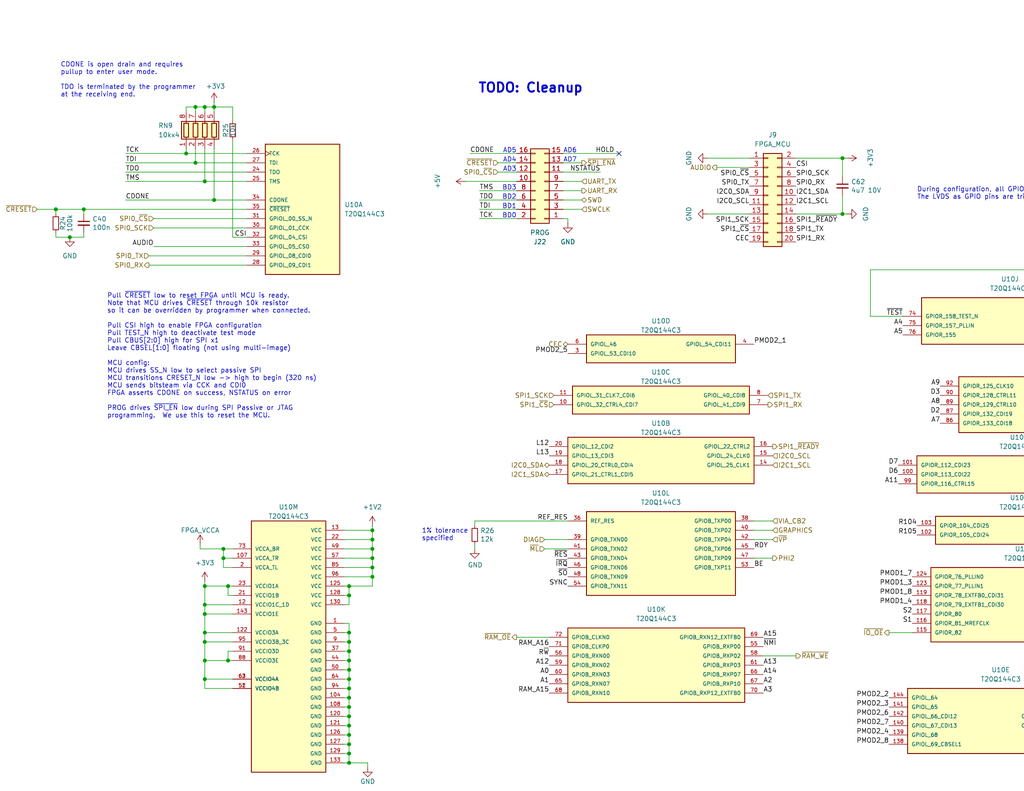
<source format=kicad_sch>
(kicad_sch (version 20231120) (generator "eeschema") (generator_version "8.0")
  (paper "A")
  (title_block (title "EconoPET 40/8096") (date "2023-10-01") (rev "A") (comment 1 "Unspecified resistors are 1% and rated for 62.5mW or higher") (comment 2 "Unspecified capacitors are rated for 25V or higher") (comment 3 "Signals with B-prefix are level-shifted from 3V3 to 5V"))
  (junction (at 82.55 233.68))
  (junction (at 19.05 233.68))
  (junction (at 95.25 200.66))
  (junction (at 138.43 259.08))
  (junction (at 55.88 180.34))
  (junction (at 53.34 44.45))
  (junction (at 95.25 241.3))
  (junction (at 101.6 154.94))
  (junction (at 125.73 259.08))
  (junction (at 95.25 187.96))
  (junction (at 107.95 233.68))
  (junction (at 95.25 205.74))
  (junction (at 19.05 64.77))
  (junction (at 100.33 259.08))
  (junction (at 113.03 259.08))
  (junction (at 425.45 76.2))
  (junction (at 101.6 147.32))
  (junction (at 36.83 259.08))
  (junction (at 389.89 17.78))
  (junction (at 55.88 29.21))
  (junction (at 229.87 43.18))
  (junction (at 100.33 251.46))
  (junction (at 95.25 180.34))
  (junction (at 55.88 49.53))
  (junction (at 22.86 57.15))
  (junction (at 44.45 241.3))
  (junction (at 19.05 241.3))
  (junction (at 229.87 58.42))
  (junction (at 440.69 102.87))
  (junction (at 57.15 233.68))
  (junction (at 58.42 29.21))
  (junction (at 163.83 259.08))
  (junction (at 120.65 241.3))
  (junction (at 62.23 160.02))
  (junction (at 317.5 17.78))
  (junction (at 151.13 259.08))
  (junction (at 163.83 251.46))
  (junction (at 31.75 241.3))
  (junction (at 82.55 241.3))
  (junction (at 31.75 233.68))
  (junction (at 50.8 41.91))
  (junction (at 95.25 185.42))
  (junction (at 95.25 190.5))
  (junction (at 49.53 259.08))
  (junction (at 95.25 198.12))
  (junction (at 60.96 149.86))
  (junction (at 62.23 251.46))
  (junction (at 151.13 251.46))
  (junction (at 101.6 157.48))
  (junction (at 95.25 172.72))
  (junction (at 87.63 259.08))
  (junction (at 382.27 17.78))
  (junction (at 401.32 10.16))
  (junction (at 55.88 160.02))
  (junction (at 384.81 203.2))
  (junction (at 125.73 251.46))
  (junction (at 87.63 251.46))
  (junction (at 101.6 144.78))
  (junction (at 138.43 251.46))
  (junction (at 60.96 152.4))
  (junction (at 53.34 29.21))
  (junction (at 69.85 233.68))
  (junction (at 95.25 160.02))
  (junction (at 95.25 203.2))
  (junction (at 57.15 241.3))
  (junction (at 15.24 57.15))
  (junction (at 107.95 241.3))
  (junction (at 113.03 251.46))
  (junction (at 440.69 90.17))
  (junction (at 55.88 185.42))
  (junction (at 55.88 167.64))
  (junction (at 120.65 233.68))
  (junction (at 74.93 251.46))
  (junction (at 69.85 241.3))
  (junction (at 323.85 88.9))
  (junction (at 323.85 83.82))
  (junction (at 336.55 10.16))
  (junction (at 95.25 177.8))
  (junction (at 95.25 175.26))
  (junction (at 55.88 175.26))
  (junction (at 95.25 162.56))
  (junction (at 477.52 87.63))
  (junction (at 74.93 259.08))
  (junction (at 325.12 17.78))
  (junction (at 101.6 152.4))
  (junction (at 36.83 251.46))
  (junction (at 62.23 180.34))
  (junction (at 49.53 251.46))
  (junction (at 62.23 259.08))
  (junction (at 55.88 172.72))
  (junction (at 95.25 208.28))
  (junction (at 95.25 193.04))
  (junction (at 95.25 233.68))
  (junction (at 58.42 54.61))
  (junction (at 95.25 182.88))
  (junction (at 101.6 149.86))
  (junction (at 95.25 195.58))
  (junction (at 55.88 165.1))
  (junction (at 44.45 233.68))
  (junction (at 323.85 86.36))
  (no_connect (at 168.91 41.91))
  (bus_entry (at 425.45 120.65) (size 2.54 2.54))
  (bus_entry (at 496.57 115.57) (size -2.54 -2.54))
  (bus_entry (at 496.57 107.95) (size -2.54 2.54))
  (bus_entry (at 482.6 125.73) (size -2.54 -2.54))
  (bus_entry (at 425.45 102.87) (size 2.54 2.54))
  (bus_entry (at 496.57 120.65) (size -2.54 -2.54))
  (bus_entry (at 496.57 123.19) (size -2.54 -2.54))
  (bus_entry (at 425.45 118.11) (size 2.54 2.54))
  (bus_entry (at 425.45 123.19) (size 2.54 2.54))
  (bus_entry (at 482.6 123.19) (size -2.54 -2.54))
  (bus_entry (at 482.6 120.65) (size -2.54 -2.54))
  (bus_entry (at 425.45 105.41) (size 2.54 2.54))
  (bus_entry (at 425.45 115.57) (size 2.54 2.54))
  (bus_entry (at 425.45 128.27) (size 2.54 2.54))
  (bus_entry (at 482.6 128.27) (size -2.54 -2.54))
  (bus_entry (at 496.57 118.11) (size -2.54 -2.54))
  (bus_entry (at 496.57 105.41) (size -2.54 2.54))
  (bus_entry (at 425.45 110.49) (size 2.54 2.54))
  (bus_entry (at 482.6 133.35) (size -2.54 -2.54))
  (bus_entry (at 482.6 135.89) (size -2.54 -2.54))
  (bus_entry (at 425.45 130.81) (size 2.54 2.54))
  (bus_entry (at 425.45 107.95) (size 2.54 2.54))
  (bus_entry (at 425.45 125.73) (size 2.54 2.54))
  (bus_entry (at 425.45 113.03) (size 2.54 2.54))
  (bus_entry (at 496.57 102.87) (size -2.54 2.54))
  (bus_entry (at 496.57 100.33) (size -2.54 2.54))
  (bus_entry (at 482.6 138.43) (size -2.54 -2.54))
  (bus_entry (at 482.6 130.81) (size -2.54 -2.54))
  (wire (pts (xy 309.88 83.82) (xy 309.88 73.66)))
  (wire (pts (xy 53.34 44.45) (xy 67.31 44.45)))
  (bus (pts (xy 425.45 125.73) (xy 425.45 128.27)))
  (wire (pts (xy 93.98 182.88) (xy 95.25 182.88)))
  (wire (pts (xy 375.92 7.62) (xy 374.65 7.62)))
  (wire (pts (xy 55.88 165.1) (xy 63.5 165.1)))
  (wire (pts (xy 57.15 233.68) (xy 69.85 233.68)))
  (wire (pts (xy 427.99 107.95) (xy 454.66 107.95)))
  (wire (pts (xy 19.05 64.77) (xy 15.24 64.77)))
  (wire (pts (xy 237.49 86.36) (xy 246.38 86.36)))
  (wire (pts (xy 55.88 180.34) (xy 55.88 185.42)))
  (bus (pts (xy 482.6 138.43) (xy 483.87 138.43)))
  (wire (pts (xy 101.6 149.86) (xy 101.6 152.4)))
  (wire (pts (xy 427.99 113.03) (xy 454.66 113.03)))
  (wire (pts (xy 95.25 203.2) (xy 95.25 205.74)))
  (wire (pts (xy 389.89 7.62) (xy 389.89 17.78)))
  (wire (pts (xy 440.69 85.09) (xy 440.69 90.17)))
  (wire (pts (xy 62.23 177.8) (xy 63.5 177.8)))
  (wire (pts (xy 24.13 252.73) (xy 24.13 251.46)))
  (wire (pts (xy 101.6 152.4) (xy 101.6 154.94)))
  (wire (pts (xy 242.57 248.92) (xy 242.57 250.19)))
  (wire (pts (xy 55.88 172.72) (xy 55.88 175.26)))
  (wire (pts (xy 467.36 107.95) (xy 494.03 107.95)))
  (wire (pts (xy 427.99 105.41) (xy 454.66 105.41)))
  (wire (pts (xy 34.29 54.61) (xy 58.42 54.61)))
  (wire (pts (xy 40.64 72.39) (xy 67.31 72.39)))
  (wire (pts (xy 427.99 118.11) (xy 454.66 118.11)))
  (bus (pts (xy 425.45 113.03) (xy 425.45 115.57)))
  (wire (pts (xy 140.97 173.99) (xy 149.86 173.99)))
  (wire (pts (xy 93.98 200.66) (xy 95.25 200.66)))
  (wire (pts (xy 87.63 259.08) (xy 87.63 257.81)))
  (bus (pts (xy 425.45 76.2) (xy 422.91 76.2)))
  (wire (pts (xy 138.43 259.08) (xy 125.73 259.08)))
  (wire (pts (xy 153.67 41.91) (xy 168.91 41.91)))
  (wire (pts (xy 55.88 167.64) (xy 63.5 167.64)))
  (wire (pts (xy 226.06 236.22) (xy 223.52 236.22)))
  (wire (pts (xy 375.92 10.16) (xy 373.38 10.16)))
  (wire (pts (xy 467.36 120.65) (xy 480.06 120.65)))
  (wire (pts (xy 36.83 259.08) (xy 36.83 257.81)))
  (wire (pts (xy 440.69 99.06) (xy 440.69 102.87)))
  (wire (pts (xy 125.73 252.73) (xy 125.73 251.46)))
  (wire (pts (xy 95.25 172.72) (xy 95.25 175.26)))
  (wire (pts (xy 133.35 240.03) (xy 133.35 241.3)))
  (wire (pts (xy 107.95 241.3) (xy 107.95 240.03)))
  (wire (pts (xy 153.67 59.69) (xy 154.94 59.69)))
  (wire (pts (xy 93.98 190.5) (xy 95.25 190.5)))
  (wire (pts (xy 93.98 193.04) (xy 95.25 193.04)))
  (wire (pts (xy 309.88 7.62) (xy 309.88 17.78)))
  (wire (pts (xy 95.25 208.28) (xy 100.33 208.28)))
  (wire (pts (xy 95.25 195.58) (xy 95.25 198.12)))
  (bus (pts (xy 482.6 133.35) (xy 482.6 135.89)))
  (wire (pts (xy 58.42 29.21) (xy 63.5 29.21)))
  (bus (pts (xy 496.57 120.65) (xy 496.57 123.19)))
  (wire (pts (xy 223.52 234.95) (xy 223.52 236.22)))
  (bus (pts (xy 482.6 123.19) (xy 482.6 125.73)))
  (wire (pts (xy 101.6 144.78) (xy 101.6 143.51)))
  (wire (pts (xy 69.85 241.3) (xy 69.85 240.03)))
  (wire (pts (xy 95.25 241.3) (xy 107.95 241.3)))
  (wire (pts (xy 40.64 69.85) (xy 67.31 69.85)))
  (wire (pts (xy 303.53 245.11) (xy 306.07 245.11)))
  (wire (pts (xy 240.03 236.22) (xy 242.57 236.22)))
  (wire (pts (xy 151.13 251.46) (xy 163.83 251.46)))
  (wire (pts (xy 388.62 7.62) (xy 389.89 7.62)))
  (wire (pts (xy 95.25 180.34) (xy 95.25 182.88)))
  (wire (pts (xy 62.23 259.08) (xy 49.53 259.08)))
  (wire (pts (xy 55.88 175.26) (xy 55.88 180.34)))
  (wire (pts (xy 383.54 203.2) (xy 384.81 203.2)))
  (wire (pts (xy 49.53 252.73) (xy 49.53 251.46)))
  (wire (pts (xy 93.98 154.94) (xy 101.6 154.94)))
  (wire (pts (xy 34.29 41.91) (xy 50.8 41.91)))
  (bus (pts (xy 482.6 135.89) (xy 482.6 138.43)))
  (wire (pts (xy 41.91 67.31) (xy 67.31 67.31)))
  (wire (pts (xy 62.23 180.34) (xy 62.23 177.8)))
  (wire (pts (xy 389.89 17.78) (xy 401.32 17.78)))
  (wire (pts (xy 101.6 147.32) (xy 101.6 149.86)))
  (wire (pts (xy 93.98 149.86) (xy 101.6 149.86)))
  (wire (pts (xy 237.49 73.66) (xy 237.49 86.36)))
  (wire (pts (xy 95.25 165.1) (xy 93.98 165.1)))
  (wire (pts (xy 100.33 208.28) (xy 100.33 209.55)))
  (wire (pts (xy 229.87 43.18) (xy 229.87 48.26)))
  (bus (pts (xy 425.45 120.65) (xy 425.45 123.19)))
  (wire (pts (xy 87.63 252.73) (xy 87.63 251.46)))
  (wire (pts (xy 148.59 149.86) (xy 154.94 149.86)))
  (wire (pts (xy 60.96 154.94) (xy 63.5 154.94)))
  (wire (pts (xy 311.15 10.16) (xy 308.61 10.16)))
  (wire (pts (xy 34.29 44.45) (xy 53.34 44.45)))
  (wire (pts (xy 50.8 41.91) (xy 67.31 41.91)))
  (wire (pts (xy 107.95 241.3) (xy 120.65 241.3)))
  (wire (pts (xy 95.25 241.3) (xy 95.25 240.03)))
  (wire (pts (xy 49.53 259.08) (xy 36.83 259.08)))
  (wire (pts (xy 95.25 205.74) (xy 95.25 208.28)))
  (wire (pts (xy 477.52 87.63) (xy 477.52 85.09)))
  (wire (pts (xy 74.93 259.08) (xy 87.63 259.08)))
  (wire (pts (xy 401.32 10.16) (xy 401.32 8.89)))
  (wire (pts (xy 427.99 110.49) (xy 454.66 110.49)))
  (bus (pts (xy 496.57 100.33) (xy 496.57 102.87)))
  (wire (pts (xy 95.25 208.28) (xy 93.98 208.28)))
  (wire (pts (xy 55.88 187.96) (xy 63.5 187.96)))
  (wire (pts (xy 63.5 38.1) (xy 63.5 64.77)))
  (wire (pts (xy 304.8 86.36) (xy 312.42 86.36)))
  (wire (pts (xy 62.23 251.46) (xy 74.93 251.46)))
  (wire (pts (xy 93.98 180.34) (xy 95.25 180.34)))
  (bus (pts (xy 425.45 128.27) (xy 425.45 130.81)))
  (wire (pts (xy 467.36 130.81) (xy 480.06 130.81)))
  (wire (pts (xy 138.43 251.46) (xy 138.43 252.73)))
  (wire (pts (xy 93.98 205.74) (xy 95.25 205.74)))
  (wire (pts (xy 62.23 257.81) (xy 62.23 259.08)))
  (wire (pts (xy 383.54 201.93) (xy 383.54 203.2)))
  (wire (pts (xy 50.8 29.21) (xy 53.34 29.21)))
  (wire (pts (xy 58.42 29.21) (xy 58.42 30.48)))
  (wire (pts (xy 130.81 59.69) (xy 140.97 59.69)))
  (wire (pts (xy 19.05 241.3) (xy 31.75 241.3)))
  (wire (pts (xy 74.93 259.08) (xy 62.23 259.08)))
  (wire (pts (xy 133.35 233.68) (xy 133.35 234.95)))
  (wire (pts (xy 325.12 7.62) (xy 325.12 17.78)))
  (wire (pts (xy 242.57 236.22) (xy 242.57 238.76)))
  (wire (pts (xy 304.8 88.9) (xy 312.42 88.9)))
  (bus (pts (xy 482.6 130.81) (xy 482.6 133.35)))
  (wire (pts (xy 53.34 40.64) (xy 53.34 44.45)))
  (wire (pts (xy 62.23 162.56) (xy 62.23 160.02)))
  (wire (pts (xy 401.32 17.78) (xy 401.32 16.51)))
  (wire (pts (xy 113.03 259.08) (xy 100.33 259.08)))
  (wire (pts (xy 231.14 43.18) (xy 229.87 43.18)))
  (wire (pts (xy 467.36 128.27) (xy 480.06 128.27)))
  (wire (pts (xy 95.25 160.02) (xy 95.25 162.56)))
  (wire (pts (xy 95.25 190.5) (xy 95.25 193.04)))
  (bus (pts (xy 425.45 76.2) (xy 425.45 102.87)))
  (wire (pts (xy 74.93 257.81) (xy 74.93 259.08)))
  (wire (pts (xy 55.88 172.72) (xy 63.5 172.72)))
  (wire (pts (xy 311.15 7.62) (xy 309.88 7.62)))
  (wire (pts (xy 427.99 133.35) (xy 454.66 133.35)))
  (wire (pts (xy 374.65 17.78) (xy 382.27 17.78)))
  (wire (pts (xy 107.95 233.68) (xy 120.65 233.68)))
  (wire (pts (xy 323.85 10.16) (xy 336.55 10.16)))
  (wire (pts (xy 158.75 44.45) (xy 153.67 44.45)))
  (wire (pts (xy 95.25 177.8) (xy 95.25 180.34)))
  (wire (pts (xy 19.05 241.3) (xy 19.05 242.57)))
  (wire (pts (xy 242.57 172.72) (xy 248.92 172.72)))
  (wire (pts (xy 55.88 158.75) (xy 55.88 160.02)))
  (wire (pts (xy 93.98 198.12) (xy 95.25 198.12)))
  (wire (pts (xy 125.73 251.46) (xy 138.43 251.46)))
  (wire (pts (xy 50.8 40.64) (xy 50.8 41.91)))
  (wire (pts (xy 34.29 49.53) (xy 55.88 49.53)))
  (wire (pts (xy 113.03 251.46) (xy 125.73 251.46)))
  (wire (pts (xy 205.74 147.32) (xy 210.82 147.32)))
  (bus (pts (xy 425.45 110.49) (xy 425.45 113.03)))
  (wire (pts (xy 485.14 115.57) (xy 494.03 115.57)))
  (wire (pts (xy 195.58 45.72) (xy 204.47 45.72)))
  (wire (pts (xy 130.81 54.61) (xy 140.97 54.61)))
  (wire (pts (xy 15.24 57.15) (xy 22.86 57.15)))
  (bus (pts (xy 482.6 120.65) (xy 482.6 123.19)))
  (wire (pts (xy 22.86 57.15) (xy 67.31 57.15)))
  (wire (pts (xy 19.05 231.14) (xy 19.05 233.68)))
  (wire (pts (xy 120.65 241.3) (xy 120.65 240.03)))
  (wire (pts (xy 93.98 177.8) (xy 95.25 177.8)))
  (wire (pts (xy 58.42 40.64) (xy 58.42 54.61)))
  (wire (pts (xy 427.99 115.57) (xy 454.66 115.57)))
  (wire (pts (xy 93.98 157.48) (xy 101.6 157.48)))
  (wire (pts (xy 93.98 160.02) (xy 95.25 160.02)))
  (wire (pts (xy 476.25 115.57) (xy 467.36 115.57)))
  (wire (pts (xy 93.98 172.72) (xy 95.25 172.72)))
  (wire (pts (xy 154.94 59.69) (xy 154.94 60.96)))
  (wire (pts (xy 323.85 83.82) (xy 323.85 86.36)))
  (wire (pts (xy 55.88 40.64) (xy 55.88 49.53)))
  (wire (pts (xy 303.53 200.66) (xy 313.69 200.66)))
  (wire (pts (xy 95.25 162.56) (xy 95.25 165.1)))
  (wire (pts (xy 101.6 154.94) (xy 101.6 157.48)))
  (wire (pts (xy 60.96 152.4) (xy 63.5 152.4)))
  (wire (pts (xy 55.88 185.42) (xy 63.5 185.42)))
  (bus (pts (xy 425.45 118.11) (xy 425.45 120.65)))
  (bus (pts (xy 425.45 107.95) (xy 425.45 110.49)))
  (bus (pts (xy 496.57 115.57) (xy 496.57 118.11)))
  (wire (pts (xy 309.88 17.78) (xy 317.5 17.78)))
  (wire (pts (xy 467.36 133.35) (xy 480.06 133.35)))
  (wire (pts (xy 467.36 123.19) (xy 480.06 123.19)))
  (wire (pts (xy 95.25 233.68) (xy 107.95 233.68)))
  (bus (pts (xy 425.45 105.41) (xy 425.45 107.95)))
  (wire (pts (xy 95.25 182.88) (xy 95.25 185.42)))
  (wire (pts (xy 427.99 123.19) (xy 454.66 123.19)))
  (wire (pts (xy 54.61 149.86) (xy 54.61 148.59)))
  (bus (pts (xy 496.57 105.41) (xy 496.57 107.95)))
  (wire (pts (xy 62.23 252.73) (xy 62.23 251.46)))
  (wire (pts (xy 101.6 157.48) (xy 101.6 160.02)))
  (wire (pts (xy 93.98 187.96) (xy 95.25 187.96)))
  (bus (pts (xy 496.57 118.11) (xy 496.57 120.65)))
  (wire (pts (xy 82.55 241.3) (xy 82.55 240.03)))
  (wire (pts (xy 57.15 241.3) (xy 69.85 241.3)))
  (wire (pts (xy 95.25 170.18) (xy 95.25 172.72)))
  (wire (pts (xy 440.69 93.98) (xy 440.69 90.17)))
  (wire (pts (xy 55.88 160.02) (xy 62.23 160.02)))
  (wire (pts (xy 95.25 160.02) (xy 101.6 160.02)))
  (wire (pts (xy 140.97 41.91) (xy 128.27 41.91)))
  (wire (pts (xy 158.75 52.07) (xy 153.67 52.07)))
  (wire (pts (xy 323.85 91.44) (xy 322.58 91.44)))
  (wire (pts (xy 125.73 257.81) (xy 125.73 259.08)))
  (wire (pts (xy 95.25 234.95) (xy 95.25 233.68)))
  (wire (pts (xy 304.8 91.44) (xy 312.42 91.44)))
  (wire (pts (xy 15.24 63.5) (xy 15.24 64.77)))
  (wire (pts (xy 24.13 259.08) (xy 24.13 257.81)))
  (wire (pts (xy 93.98 195.58) (xy 95.25 195.58)))
  (bus (pts (xy 496.57 123.19) (xy 497.84 123.19)))
  (wire (pts (xy 467.36 125.73) (xy 480.06 125.73)))
  (wire (pts (xy 336.55 10.16) (xy 336.55 8.89)))
  (wire (pts (xy 100.33 251.46) (xy 113.03 251.46)))
  (wire (pts (xy 485.14 120.65) (xy 494.03 120.65)))
  (wire (pts (xy 36.83 251.46) (xy 49.53 251.46)))
  (wire (pts (xy 323.85 82.55) (xy 323.85 83.82)))
  (wire (pts (xy 100.33 252.73) (xy 100.33 251.46)))
  (wire (pts (xy 163.83 250.19) (xy 163.83 251.46)))
  (wire (pts (xy 325.12 17.78) (xy 317.5 17.78)))
  (wire (pts (xy 95.25 185.42) (xy 95.25 187.96)))
  (wire (pts (xy 467.36 135.89) (xy 480.06 135.89)))
  (wire (pts (xy 322.58 83.82) (xy 323.85 83.82)))
  (wire (pts (xy 138.43 259.08) (xy 151.13 259.08)))
  (bus (pts (xy 496.57 76.2) (xy 496.57 100.33)))
  (wire (pts (xy 49.53 251.46) (xy 62.23 251.46)))
  (wire (pts (xy 388.62 10.16) (xy 401.32 10.16)))
  (wire (pts (xy 158.75 54.61) (xy 153.67 54.61)))
  (wire (pts (xy 336.55 11.43) (xy 336.55 10.16)))
  (wire (pts (xy 55.88 160.02) (xy 55.88 165.1)))
  (wire (pts (xy 60.96 152.4) (xy 60.96 154.94)))
  (wire (pts (xy 36.83 259.08) (xy 24.13 259.08)))
  (wire (pts (xy 93.98 147.32) (xy 101.6 147.32)))
  (wire (pts (xy 127 49.53) (xy 140.97 49.53)))
  (wire (pts (xy 323.85 88.9) (xy 322.58 88.9)))
  (wire (pts (xy 138.43 251.46) (xy 151.13 251.46)))
  (wire (pts (xy 158.75 57.15) (xy 153.67 57.15)))
  (wire (pts (xy 55.88 180.34) (xy 62.23 180.34)))
  (wire (pts (xy 34.29 46.99) (xy 67.31 46.99)))
  (wire (pts (xy 148.59 147.32) (xy 154.94 147.32)))
  (wire (pts (xy 93.98 144.78) (xy 101.6 144.78)))
  (wire (pts (xy 325.12 17.78) (xy 336.55 17.78)))
  (wire (pts (xy 62.23 180.34) (xy 63.5 180.34)))
  (wire (pts (xy 53.34 29.21) (xy 53.34 30.48)))
  (wire (pts (xy 374.65 7.62) (xy 374.65 17.78)))
  (wire (pts (xy 309.88 73.66) (xy 237.49 73.66)))
  (wire (pts (xy 129.54 148.59) (xy 129.54 149.86)))
  (wire (pts (xy 22.86 57.15) (xy 22.86 58.42)))
  (wire (pts (xy 44.45 241.3) (xy 44.45 240.03)))
  (wire (pts (xy 467.36 105.41) (xy 494.03 105.41)))
  (wire (pts (xy 41.91 59.69) (xy 67.31 59.69)))
  (wire (pts (xy 440.69 102.87) (xy 454.66 102.87)))
  (wire (pts (xy 120.65 241.3) (xy 133.35 241.3)))
  (wire (pts (xy 55.88 29.21) (xy 55.88 30.48)))
  (wire (pts (xy 138.43 257.81) (xy 138.43 259.08)))
  (wire (pts (xy 401.32 10.16) (xy 401.32 11.43)))
  (wire (pts (xy 204.47 43.18) (xy 193.04 43.18)))
  (wire (pts (xy 336.55 17.78) (xy 336.55 16.51)))
  (wire (pts (xy 95.25 200.66) (xy 95.25 203.2)))
  (wire (pts (xy 154.94 142.24) (xy 129.54 142.24)))
  (wire (pts (xy 93.98 175.26) (xy 95.25 175.26)))
  (wire (pts (xy 31.75 241.3) (xy 44.45 241.3)))
  (wire (pts (xy 323.85 86.36) (xy 323.85 88.9)))
  (wire (pts (xy 229.87 58.42) (xy 231.14 58.42)))
  (wire (pts (xy 22.86 63.5) (xy 22.86 64.77)))
  (wire (pts (xy 120.65 233.68) (xy 133.35 233.68)))
  (wire (pts (xy 163.83 259.08) (xy 151.13 259.08)))
  (wire (pts (xy 82.55 234.95) (xy 82.55 233.68)))
  (wire (pts (xy 19.05 234.95) (xy 19.05 233.68)))
  (wire (pts (xy 205.74 152.4) (xy 210.82 152.4)))
  (wire (pts (xy 485.14 118.11) (xy 494.03 118.11)))
  (wire (pts (xy 205.74 144.78) (xy 210.82 144.78)))
  (wire (pts (xy 151.13 251.46) (xy 151.13 252.73)))
  (wire (pts (xy 208.28 179.07) (xy 217.17 179.07)))
  (wire (pts (xy 312.42 83.82) (xy 309.88 83.82)))
  (wire (pts (xy 163.83 259.08) (xy 163.83 260.35)))
  (bus (pts (xy 496.57 76.2) (xy 425.45 76.2)))
  (wire (pts (xy 60.96 149.86) (xy 54.61 149.86)))
  (wire (pts (xy 95.25 187.96) (xy 95.25 190.5)))
  (wire (pts (xy 427.99 125.73) (xy 454.66 125.73)))
  (wire (pts (xy 129.54 142.24) (xy 129.54 143.51)))
  (wire (pts (xy 63.5 162.56) (xy 62.23 162.56)))
  (wire (pts (xy 41.91 62.23) (xy 67.31 62.23)))
  (wire (pts (xy 95.25 175.26) (xy 95.25 177.8)))
  (wire (pts (xy 93.98 162.56) (xy 95.25 162.56)))
  (wire (pts (xy 135.89 44.45) (xy 140.97 44.45)))
  (wire (pts (xy 55.88 185.42) (xy 55.88 187.96)))
  (wire (pts (xy 22.86 64.77) (xy 19.05 64.77)))
  (wire (pts (xy 55.88 175.26) (xy 63.5 175.26)))
  (wire (pts (xy 44.45 241.3) (xy 57.15 241.3)))
  (wire (pts (xy 163.83 257.81) (xy 163.83 259.08)))
  (wire (pts (xy 69.85 233.68) (xy 82.55 233.68)))
  (wire (pts (xy 113.03 252.73) (xy 113.03 251.46)))
  (wire (pts (xy 69.85 234.95) (xy 69.85 233.68)))
  (wire (pts (xy 323.85 88.9) (xy 323.85 91.44)))
  (wire (pts (xy 69.85 241.3) (xy 82.55 241.3)))
  (wire (pts (xy 55.88 29.21) (xy 58.42 29.21)))
  (wire (pts (xy 151.13 257.81) (xy 151.13 259.08)))
  (wire (pts (xy 95.25 198.12) (xy 95.25 200.66)))
  (wire (pts (xy 58.42 27.94) (xy 58.42 29.21)))
  (wire (pts (xy 303.53 193.04) (xy 313.69 193.04)))
  (wire (pts (xy 229.87 53.34) (xy 229.87 58.42)))
  (wire (pts (xy 55.88 167.64) (xy 55.88 172.72)))
  (wire (pts (xy 31.75 234.95) (xy 31.75 233.68)))
  (wire (pts (xy 36.83 252.73) (xy 36.83 251.46)))
  (wire (pts (xy 389.89 17.78) (xy 382.27 17.78)))
  (wire (pts (xy 57.15 234.95) (xy 57.15 233.68)))
  (wire (pts (xy 10.16 57.15) (xy 15.24 57.15)))
  (wire (pts (xy 100.33 259.08) (xy 100.33 257.81)))
  (wire (pts (xy 58.42 54.61) (xy 67.31 54.61)))
  (wire (pts (xy 31.75 241.3) (xy 31.75 240.03)))
  (wire (pts (xy 436.88 135.89) (xy 454.66 135.89)))
  (wire (pts (xy 19.05 240.03) (xy 19.05 241.3)))
  (wire (pts (xy 60.96 149.86) (xy 63.5 149.86)))
  (wire (pts (xy 125.73 259.08) (xy 113.03 259.08)))
  (wire (pts (xy 93.98 152.4) (xy 101.6 152.4)))
  (wire (pts (xy 467.36 118.11) (xy 480.06 118.11)))
  (wire (pts (xy 427.99 128.27) (xy 454.66 128.27)))
  (wire (pts (xy 107.95 234.95) (xy 107.95 233.68)))
  (wire (pts (xy 93.98 170.18) (xy 95.25 170.18)))
  (wire (pts (xy 384.81 203.2) (xy 386.08 203.2)))
  (wire (pts (xy 204.47 58.42) (xy 193.04 58.42)))
  (wire (pts (xy 163.83 251.46) (xy 163.83 252.73)))
  (wire (pts (xy 87.63 251.46) (xy 100.33 251.46)))
  (wire (pts (xy 386.08 201.93) (xy 386.08 203.2)))
  (wire (pts (xy 63.5 64.77) (xy 67.31 64.77)))
  (wire (pts (xy 55.88 165.1) (xy 55.88 167.64)))
  (wire (pts (xy 323.85 86.36) (xy 322.58 86.36)))
  (wire (pts (xy 323.85 7.62) (xy 325.12 7.62)))
  (wire (pts (xy 130.81 52.07) (xy 140.97 52.07)))
  (wire (pts (xy 50.8 29.21) (xy 50.8 30.48)))
  (wire (pts (xy 217.17 58.42) (xy 229.87 58.42)))
  (wire (pts (xy 53.34 29.21) (xy 55.88 29.21)))
  (wire (pts (xy 82.55 233.68) (xy 95.25 233.68)))
  (wire (pts (xy 19.05 233.68) (xy 31.75 233.68)))
  (wire (pts (xy 15.24 57.15) (xy 15.24 58.42)))
  (wire (pts (xy 60.96 149.86) (xy 60.96 152.4)))
  (wire (pts (xy 158.75 49.53) (xy 153.67 49.53)))
  (wire (pts (xy 467.36 87.63) (xy 477.52 87.63)))
  (wire (pts (xy 95.25 193.04) (xy 95.25 195.58)))
  (wire (pts (xy 467.36 102.87) (xy 494.03 102.87)))
  (wire (pts (xy 44.45 234.95) (xy 44.45 233.68)))
  (wire (pts (xy 93.98 203.2) (xy 95.25 203.2)))
  (wire (pts (xy 220.98 243.84) (xy 228.6 243.84)))
  (wire (pts (xy 476.25 149.86) (xy 476.25 115.57)))
  (bus (pts (xy 496.57 102.87) (xy 496.57 105.41)))
  (wire (pts (xy 234.95 243.84) (xy 233.68 243.84)))
  (wire (pts (xy 24.13 251.46) (xy 36.83 251.46)))
  (wire (pts (xy 31.75 233.68) (xy 44.45 233.68)))
  (wire (pts (xy 289.56 245.11) (xy 279.4 245.11)))
  (wire (pts (xy 440.69 90.17) (xy 454.66 90.17)))
  (wire (pts (xy 153.67 46.99) (xy 163.83 46.99)))
  (wire (pts (xy 467.36 110.49) (xy 494.03 110.49)))
  (bus (pts (xy 425.45 102.87) (xy 425.45 105.41)))
  (wire (pts (xy 120.65 234.95) (xy 120.65 233.68)))
  (wire (pts (xy 82.55 241.3) (xy 95.25 241.3)))
  (wire (pts (xy 113.03 257.81) (xy 113.03 259.08)))
  (wire (pts (xy 130.81 57.15) (xy 140.97 57.15)))
  (wire (pts (xy 63.5 29.21) (xy 63.5 33.02)))
  (wire (pts (xy 436.88 87.63) (xy 454.66 87.63)))
  (wire (pts (xy 231.14 236.22) (xy 232.41 236.22)))
  (wire (pts (xy 44.45 233.68) (xy 57.15 233.68)))
  (bus (pts (xy 425.45 123.19) (xy 425.45 125.73)))
  (wire (pts (xy 205.74 142.24) (xy 210.82 142.24)))
  (wire (pts (xy 101.6 144.78) (xy 101.6 147.32)))
  (wire (pts (xy 229.87 43.18) (xy 217.17 43.18)))
  (bus (pts (xy 482.6 125.73) (xy 482.6 128.27)))
  (wire (pts (xy 62.23 160.02) (xy 63.5 160.02)))
  (wire (pts (xy 427.99 120.65) (xy 454.66 120.65)))
  (wire (pts (xy 477.52 87.63) (xy 477.52 91.44)))
  (wire (pts (xy 436.88 102.87) (xy 440.69 102.87)))
  (wire (pts (xy 93.98 185.42) (xy 95.25 185.42)))
  (wire (pts (xy 57.15 241.3) (xy 57.15 240.03)))
  (wire (pts (xy 297.18 245.11) (xy 298.45 245.11)))
  (wire (pts (xy 467.36 113.03) (xy 494.03 113.03)))
  (wire (pts (xy 87.63 259.08) (xy 100.33 259.08)))
  (wire (pts (xy 74.93 252.73) (xy 74.93 251.46)))
  (wire (pts (xy 49.53 257.81) (xy 49.53 259.08)))
  (wire (pts (xy 135.89 46.99) (xy 140.97 46.99)))
  (bus (pts (xy 482.6 128.27) (xy 482.6 130.81)))
  (bus (pts (xy 425.45 115.57) (xy 425.45 118.11)))
  (wire (pts (xy 74.93 251.46) (xy 87.63 251.46)))
  (wire (pts (xy 427.99 130.81) (xy 454.66 130.81)))
  (wire (pts (xy 55.88 49.53) (xy 67.31 49.53)))
  (text "During configuration, all GPIO pins excluding LVDS as GPIO are configured in weak pull-up mode.\nThe LVDS as GPIO pins are tri-stated without a pull-up or pull-down resistor." (at 250.19 54.61 0) (effects (font (size 1.27 1.27)) (justify left bottom)))
  (text "BD0" (at 140.97 59.69 0) (effects (font (size 1.27 1.27)) (justify right bottom)))
  (text "TODO: Cleanup" (at 144.78 24.13 0) (effects (font (size 2.54 2.54) (thickness 0.508) (bold yes))))
  (text "1% tolerance\nspecified" (at 115.062 146.05 0) (effects (font (size 1.27 1.27)) (justify left)))
  (text "BD2" (at 140.97 54.61 0) (effects (font (size 1.27 1.27)) (justify right bottom)))
  (text "BD1" (at 140.97 57.15 0) (effects (font (size 1.27 1.27)) (justify right bottom)))
  (text "NSTATUS driven low if bitstream contains\nwrong device ID or fails CRC check." (at 275.59 261.62 0) (effects (font (size 1.27 1.27)) (justify left bottom)))
  (text "AD7" (at 153.67 44.45 0) (effects (font (size 1.27 1.27)) (justify left bottom)))
  (text "AD4" (at 140.97 44.45 0) (effects (font (size 1.27 1.27)) (justify right bottom)))
  (text "Pull ~{CRESET} low to reset FPGA until MCU is ready.\nNote that MCU drives ~{CRESET} through 10k resistor\nso it can be overridden by programmer when connected.\n\nPull CSI high to enable FPGA configuration\nPull TEST_N high to deactivate test mode\nPull CBUS[2:0] high for SPI x1\nLeave CBSEL[1:0] floating (not using multi-image)\n\nMCU config:\nMCU drives SS_N low to select passive SPI\nMCU transitions CRESET_N low -> high to begin (320 ns)\nMCU sends bitsteam via CCK and CDI0\nFPGA asserts CDONE on success, NSTATUS on error\n\nPROG drives ~{SPI_EN} low during SPI Passive or JTAG\nprogramming.  We use this to reset the MCU." (at 29.21 114.3 0) (effects (font (size 1.27 1.27)) (justify left bottom)))
  (text "BD3" (at 140.97 52.07 0) (effects (font (size 1.27 1.27)) (justify right bottom)))
  (text "Minimum decoupling caps is one 100nF and one 10nF\nPlace lowest values closest to pin." (at 16.51 267.97 0) (effects (font (size 1.27 1.27)) (justify left bottom)))
  (text "AD5" (at 140.97 41.91 0) (effects (font (size 1.27 1.27)) (justify right bottom)))
  (text "AD6" (at 153.67 41.91 0) (effects (font (size 1.27 1.27)) (justify left bottom)))
  (text "AD3" (at 140.97 46.99 0) (effects (font (size 1.27 1.27)) (justify right bottom)))
  (text "CDONE is open drain and requires\npullup to enter user mode.\n\nTDO is terminated by the programmer\nat the receiving end." (at 16.51 26.67 0) (effects (font (size 1.27 1.27)) (justify left bottom)))
  (text "CDONE is an open drain output with 10k pullup.\nDriving LED requires a current amplifier." (at 217.17 261.62 0) (effects (font (size 1.27 1.27)) (justify left bottom)))
  (label "TCK" (at 130.81 59.69 0))
  (label "SPI1_~{READY}" (at 217.17 60.96 0))
  (label "D2" (at 256.54 113.03 180))
  (label "A2" (at 208.28 186.69 0))
  (label "BE" (at 205.74 154.94 0))
  (label "A5" (at 246.38 91.44 180))
  (label "SPI1_~{CS}" (at 204.47 63.5 180))
  (label "SPI0_~{CS}" (at 204.47 48.26 180))
  (label "I2C0_SCL" (at 204.47 55.88 180))
  (label "L12" (at 149.86 121.92 180))
  (label "D6" (at 245.11 129.54 180))
  (label "PMOD2_6" (at 388.62 0 0))
  (label "PMOD1_8" (at 248.92 162.56 180))
  (label "A14" (at 467.36 107.95 0))
  (label "CDONE" (at 220.98 243.84 0))
  (label "CSI" (at 217.17 45.72 0))
  (label "A10" (at 311.15 129.54 0))
  (label "D5" (at 311.15 127 0))
  (label "NSTATUS" (at 313.69 193.04 180))
  (label "PMOD2_6" (at 242.57 195.58 180))
  (label "A9" (at 454.66 128.27 180))
  (label "R95" (at 454.66 146.05 180))
  (label "A15" (at 208.28 173.99 0))
  (label "AUDIO" (at 41.91 67.31 180))
  (label "PMOD1_7" (at 248.92 157.48 180))
  (label "TMS" (at 34.29 49.53 0))
  (label "A14" (at 208.28 184.15 0))
  (label "~{RES}" (at 154.94 152.4 180))
  (label "R105" (at 250.19 146.05 180))
  (label "D3" (at 256.54 107.95 180))
  (label "CEC" (at 204.47 66.04 180))
  (label "PMOD2_4" (at 375.92 5.08 180))
  (label "A4" (at 454.66 115.57 180))
  (label "PMOD1_1" (at 303.53 195.58 0))
  (label "~{TEST}" (at 454.66 138.43 180))
  (label "SPI0_TX" (at 204.47 50.8 180))
  (label "SYNC" (at 154.94 160.02 180))
  (label "CBUS2" (at 304.8 91.44 0))
  (label "RAM_A10" (at 314.96 105.41 0))
  (label "RDY" (at 205.74 149.86 0))
  (label "CBUS1" (at 304.8 88.9 0))
  (label "R104" (at 250.19 143.51 180))
  (label "D0" (at 304.8 83.82 0))
  (label "PMOD2_1" (at 205.74 93.98 0))
  (label "SPI1_TX" (at 217.17 63.5 0))
  (label "PMOD2_5" (at 388.62 -2.54 0))
  (label "A1" (at 149.86 186.69 180))
  (label "SPI0_RX" (at 217.17 50.8 0))
  (label "PMOD1_2" (at 303.53 203.2 0))
  (label "R94" (at 467.36 146.05 0))
  (label "~{IRQ}" (at 154.94 154.94 180))
  (label "R~{W}" (at 149.86 179.07 180))
  (label "PMOD2_2" (at 375.92 0 180))
  (label "D7" (at 245.11 127 180))
  (label "A12" (at 467.36 102.87 0))
  (label "PMOD2_8" (at 388.62 5.08 0))
  (label "SPI1_SCK" (at 204.47 60.96 180))
  (label "A4" (at 246.38 88.9 180))
  (label "D2" (at 467.36 123.19 0))
  (label "PMOD1_5" (at 323.85 -2.54 0))
  (label "D4" (at 311.15 132.08 0))
  (label "A3" (at 208.28 189.23 0))
  (label "CBUS0" (at 467.36 138.43 0))
  (label "PMOD1_4" (at 311.15 5.08 180))
  (label "PMOD1_3" (at 248.92 160.02 180))
  (label "RAM_A10" (at 485.14 120.65 0))
  (label "PMOD1_8" (at 323.85 5.08 0))
  (label "A13" (at 467.36 105.41 0))
  (label "RAM_A16" (at 467.36 113.03 0))
  (label "TDO" (at 130.81 54.61 0))
  (label "I2C0_SDA" (at 204.47 53.34 180))
  (label "L13" (at 149.86 124.46 180))
  (label "CDONE" (at 128.27 41.91 0))
  (label "PMOD1_7" (at 323.85 2.54 0))
  (label "CBUS2" (at 467.36 140.97 0))
  (label "A10" (at 454.66 130.81 180))
  (label "A2" (at 454.66 110.49 180))
  (label "TDI" (at 34.29 44.45 0))
  (label "SPI1_RX" (at 217.17 66.04 0))
  (label "PMOD2_3" (at 242.57 193.04 180))
  (label "SPI0_SCK" (at 217.17 48.26 0))
  (label "A11" (at 245.11 132.08 180))
  (label "NSTATUS" (at 279.4 245.11 0))
  (label "A1" (at 454.66 107.95 180))
  (label "PMOD1_1" (at 311.15 -2.54 180))
  (label "A3" (at 454.66 113.03 180))
  (label "~{NMI}" (at 208.28 176.53 0))
  (label "PMOD2_7" (at 242.57 198.12 180))
  (label "R104" (at 467.36 143.51 0))
  (label "R105" (at 454.66 143.51 180))
  (label "PMOD2_1" (at 375.92 -2.54 180))
  (label "D0" (at 467.36 118.11 0))
  (label "RAM_A15" (at 485.14 115.57 0))
  (label "S1" (at 248.92 170.18 180))
  (label "REF_RES" (at 154.94 142.24 180))
  (label "CDONE" (at 34.29 54.61 0))
  (label "RAM_A15" (at 149.86 189.23 180))
  (label "PMOD1_3" (at 311.15 2.54 180))
  (label "CBUS1" (at 454.66 140.97 180))
  (label "L13" (at 467.36 148.59 0))
  (label "TDI" (at 130.81 57.15 0))
  (label "A8" (at 256.54 110.49 180))
  (label "D1" (at 467.36 120.65 0))
  (label "RAM_A11" (at 485.14 118.11 0))
  (label "D6" (at 467.36 133.35 0))
  (label "PMOD1_6" (at 323.85 0 0))
  (label "A0" (at 454.66 105.41 180))
  (label "D5" (at 467.36 130.81 0))
  (label "CBUS0" (at 304.8 86.36 0))
  (label "D3" (at 467.36 125.73 0))
  (label "RAM_A16" (at 149.86 176.53 180))
  (label "L12" (at 454.66 148.59 180))
  (label "A5" (at 454.66 118.11 180))
  (label "A7" (at 454.66 123.19 180))
  (label "NSTATUS" (at 163.83 46.99 180))
  (label "PMOD2_2" (at 242.57 190.5 180))
  (label "PMOD1_6" (at 303.53 198.12 0))
  (label "PMOD2_7" (at 388.62 2.54 0))
  (label "PMOD1_5" (at 303.53 190.5 0))
  (label "A13" (at 208.28 181.61 0))
  (label "I2C1_SDA" (at 217.17 53.34 0))
  (label "PMOD1_4" (at 248.92 165.1 180))
  (label "A6" (at 454.66 120.65 180))
  (label "D1" (at 314.96 107.95 0))
  (label "PMOD2_5" (at 154.94 96.52 180))
  (label "CSI" (at 67.31 64.77 180))
  (label "I2C1_SCL" (at 217.17 55.88 0))
  (label "TCK" (at 34.29 41.91 0))
  (label "PMOD2_8" (at 242.57 203.2 180))
  (label "A6" (at 314.96 110.49 0))
  (label "A9" (at 256.54 105.41 180))
  (label "R94" (at 306.07 143.51 0))
  (label "A15" (at 467.36 110.49 0))
  (label "PMOD2_4" (at 242.57 200.66 180))
  (label "R95" (at 306.07 146.05 0))
  (label "~{SO}" (at 154.94 157.48 180))
  (label "RAM_A11" (at 314.96 113.03 0))
  (label "~{TEST}" (at 246.38 86.36 180))
  (label "A11" (at 454.66 133.35 180))
  (label "TMS" (at 130.81 52.07 0))
  (label "A7" (at 256.54 115.57 180))
  (label "S2" (at 248.92 167.64 180))
  (label "D4" (at 467.36 128.27 0))
  (label "PMOD1_2" (at 311.15 0 180))
  (label "A12" (at 149.86 181.61 180))
  (label "D7" (at 467.36 135.89 0))
  (label "S1" (at 383.54 186.69 90))
  (label "S2" (at 386.08 186.69 90))
  (label "A8" (at 454.66 125.73 180))
  (label "HOLD" (at 167.64 41.91 180))
  (label "PMOD2_3" (at 375.92 2.54 180))
  (label "A0" (at 149.86 184.15 180))
  (label "TDO" (at 34.29 46.99 0))
  (hierarchical_label "~{ML}" (shape input) (at 148.59 149.86 180))
  (hierarchical_label "SPI0_RX" (shape output) (at 40.64 72.39 180))
  (hierarchical_label "A[0..15]" (shape bidirectional) (at 422.91 76.2 180))
  (hierarchical_label "~{CRESET}" (shape input) (at 10.16 57.15 180))
  (hierarchical_label "{RAM_A}" (shape output) (at 497.84 123.19 0))
  (hierarchical_label "~{IO_OE}" (shape output) (at 242.57 172.72 180))
  (hierarchical_label "CEC" (shape bidirectional) (at 154.94 93.98 180))
  (hierarchical_label "SPI0_~{CS}" (shape input) (at 41.91 59.69 180))
  (hierarchical_label "I2C1_SDA" (shape bidirectional) (at 149.86 129.54 180))
  (hierarchical_label "VERT" (shape output) (at 309.88 167.64 0))
  (hierarchical_label "~{VP}" (shape input) (at 210.82 147.32 0))
  (hierarchical_label "SWD" (shape bidirectional) (at 158.75 54.61 0))
  (hierarchical_label "SWCLK" (shape input) (at 158.75 57.15 0))
  (hierarchical_label "SPI0_TX" (shape input) (at 40.64 69.85 180))
  (hierarchical_label "~{RAM_OE}" (shape output) (at 140.97 173.99 180))
  (hierarchical_label "I2C0_SDA" (shape bidirectional) (at 149.86 127 180))
  (hierarchical_label "SPI1_SCK" (shape input) (at 151.13 107.95 180))
  (hierarchical_label "R~{W}" (shape input) (at 467.36 100.33 0))
  (hierarchical_label "DIAG" (shape input) (at 148.59 147.32 180))
  (hierarchical_label "VIA_CB2" (shape input) (at 210.82 142.24 0))
  (hierarchical_label "~{PIA1_CS}" (shape output) (at 309.88 165.1 0))
  (hierarchical_label "SYNC" (shape input) (at 467.36 97.79 0))
  (hierarchical_label "D[0..7]" (shape bidirectional) (at 483.87 138.43 0))
  (hierarchical_label "UART_TX" (shape input) (at 158.75 49.53 0))
  (hierarchical_label "GRAPHICS" (shape input) (at 210.82 144.78 0))
  (hierarchical_label "SPI1_TX" (shape input) (at 209.55 107.95 0))
  (hierarchical_label "SPI1_RX" (shape output) (at 209.55 110.49 0))
  (hierarchical_label "~{PIA2_CS}" (shape output) (at 309.88 157.48 0))
  (hierarchical_label "BE" (shape output) (at 454.66 97.79 180))
  (hierarchical_label "I2C0_SCL" (shape input) (at 210.82 124.46 0))
  (hierarchical_label "~{IRQ}" (shape bidirectional) (at 454.66 92.71 180))
  (hierarchical_label "~{SPI_ENA}" (shape output) (at 158.75 44.45 0))
  (hierarchical_label "~{CRESET}" (shape input) (at 135.89 44.45 180))
  (hierarchical_label "PHI2" (shape output) (at 454.66 95.25 180))
  (hierarchical_label "~{RES}" (shape output) (at 467.36 90.17 0))
  (hierarchical_label "SPI1_~{CS}" (shape input) (at 151.13 110.49 180))
  (hierarchical_label "PHI2" (shape output) (at 210.82 152.4 0))
  (hierarchical_label "AUDIO" (shape output) (at 195.58 45.72 180))
  (hierarchical_label "SPI1_~{READY}" (shape output) (at 210.82 121.92 0))
  (hierarchical_label "SPI0_SCK" (shape input) (at 41.91 62.23 180))
  (hierarchical_label "I2C1_SCL" (shape input) (at 210.82 127 0))
  (hierarchical_label "~{NMI}" (shape bidirectional) (at 454.66 100.33 180))
  (hierarchical_label "~{VIA_CS}" (shape output) (at 309.88 160.02 0))
  (hierarchical_label "~{RAM_WE}" (shape output) (at 217.17 179.07 0))
  (hierarchical_label "VIDEO" (shape output) (at 309.88 170.18 0))
  (hierarchical_label "RDY" (shape bidirectional) (at 467.36 92.71 0))
  (hierarchical_label "~{SO}" (shape output) (at 467.36 95.25 0))
  (hierarchical_label "FPGA_CLK" (shape input) (at 313.69 200.66 0))
  (hierarchical_label "HORIZ" (shape output) (at 309.88 162.56 0))
  (hierarchical_label "UART_RX" (shape output) (at 158.75 52.07 0))
  (hierarchical_label "SPI0_~{CS}" (shape input) (at 135.89 46.99 180))
  (symbol (lib_id "Device:C_Small") (at 100.33 255.27 0) (unit 1)
    (property "Reference" "C53" (at 102.6668 254.1016 0) (effects (justify left)))
    (property "Value" "100n" (at 102.6668 256.413 0) (effects (justify left)))
    (property "Footprint" "Capacitor_SMD:C_0402_1005Metric" (effects (hide yes)))
    (property "Datasheet" "https://product.samsungsem.com/mlcc/CL05B104KB54PN.do" (effects (hide yes)))
    (property "LCSC" "C307331" (effects (hide yes)))
  )
  (symbol (lib_id "power:+5V") (at 477.52 85.09 0) (unit 1)
    (property "Reference" "#PWR086" (effects (hide yes)))
    (property "Value" "+5V" (at 477.52 80.01 0))
    (property "Description" "Power symbol creates a global label with name \"+5V\"" (effects (hide yes)))
  )
  (symbol (lib_id "Device:C_Small") (at 49.53 255.27 0) (unit 1)
    (property "Reference" "C45" (at 51.8668 254.1016 0) (effects (justify left)))
    (property "Value" "100n" (at 51.8668 256.413 0) (effects (justify left)))
    (property "Footprint" "Capacitor_SMD:C_0402_1005Metric" (effects (hide yes)))
    (property "Datasheet" "https://product.samsungsem.com/mlcc/CL05B104KB54PN.do" (effects (hide yes)))
    (property "LCSC" "C307331" (effects (hide yes)))
  )
  (symbol (lib_id "Transistor_BJT:MMBT3904") (at 240.03 243.84 0) (unit 1)
    (property "Reference" "Q1" (at 244.8814 242.6716 0) (effects (justify left)))
    (property "Value" "MMBT3904" (at 244.8814 244.983 0) (effects (justify left)))
    (property "Footprint" "Package_TO_SOT_SMD:SOT-23" (effects (hide yes)))
    (property "Datasheet" "https://jlcpcb.com/api/file/downloadByFileSystemAccessId/8552894390268936192" (effects (hide yes)))
    (property "Description" "0.2A Ic, 40V Vce, Small Signal NPN Transistor, SOT-23" (effects (hide yes)))
    (property "LCSC" "C20526" (effects (hide yes)))
  )
  (symbol (lib_id "EconoPET:T8Q144C3") (at 279.4 165.1 0) (unit 6)
    (property "Reference" "U10" (at 279.4 149.86 0))
    (property "Value" "T20Q144C3" (at 279.4 152.4 0))
    (property "Footprint" "Package_QFP:LQFP-144_20x20mm_P0.5mm" (effects (hide yes)))
    (property "DIGI-KEY" "2134-T8Q144C3-ND" (effects (hide yes)))
    (property "LCSC" "C3278392" (effects (hide yes)))
  )
  (symbol (lib_id "Device:C_Small") (at 36.83 255.27 0) (unit 1)
    (property "Reference" "C43" (at 39.1668 254.1016 0) (effects (justify left)))
    (property "Value" "1u" (at 39.1668 256.413 0) (effects (justify left)))
    (property "Footprint" "Capacitor_SMD:C_0402_1005Metric" (effects (hide yes)))
    (property "Datasheet" "https://product.samsungsem.com/mlcc/CL05A105KA5NQN.do" (effects (hide yes)))
    (property "LCSC" "C52923" (effects (hide yes)))
  )
  (symbol (lib_id "power:GND") (at 163.83 260.35 0) (unit 1)
    (property "Reference" "#PWR065" (effects (hide yes)))
    (property "Value" "GND" (at 163.957 264.7442 0))
    (property "Description" "Power symbol creates a global label with name \"GND\" , ground" (effects (hide yes)))
  )
  (symbol (lib_id "Device:R_Small") (at 228.6 236.22 270) (unit 1)
    (property "Reference" "R27" (at 228.6 234.315 90))
    (property "Value" "1k" (at 228.6 236.22 90))
    (property "Footprint" "Resistor_SMD:R_0402_1005Metric" (effects (hide yes)))
    (property "Datasheet" "https://www.lcsc.com/datasheet/lcsc_datasheet_2206010216_UNI-ROYAL-Uniroyal-Elec-0402WGF1001TCE_C11702.pdf" (effects (hide yes)))
    (property "LCSC" "C11702" (effects (hide yes)))
  )
  (symbol (lib_id "power:+3V3") (at 336.55 8.89 0) (unit 1)
    (property "Reference" "#PWR076" (effects (hide yes)))
    (property "Value" "+3V3" (at 336.931 4.4958 0))
    (property "Description" "Power symbol creates a global label with name \"+3V3\"" (effects (hide yes)))
  )
  (symbol (lib_id "Connector_Generic:Conn_02x06_Top_Bottom") (at 316.23 2.54 0) (unit 1)
    (property "Reference" "J17" (at 317.5 -7.62 0))
    (property "Value" "PMOD1" (at 317.5 -5.08 0))
    (property "Footprint" "EconoPET:PMOD_Socket_2x06_P2.54mm_Horizontal" (effects (hide yes)))
    (property "Datasheet" "https://www.we-online.com/components/products/datasheet/613012243121.pdf" (effects (hide yes)))
    (property "MOUSER" "710-613012243121" (effects (hide yes)))
  )
  (symbol (lib_id "EconoPET:T8Q144C3") (at 180.34 149.86 0) (unit 12)
    (property "Reference" "U10" (at 180.34 134.62 0))
    (property "Value" "T20Q144C3" (at 180.34 137.16 0))
    (property "Footprint" "Package_QFP:LQFP-144_20x20mm_P0.5mm" (effects (hide yes)))
    (property "DIGI-KEY" "2134-T8Q144C3-ND" (effects (hide yes)))
    (property "LCSC" "C3278392" (effects (hide yes)))
  )
  (symbol (lib_id "Connector_Generic:Conn_02x25_Odd_Even") (at 459.74 118.11 0) (unit 1)
    (property "Reference" "J4" (at 461.01 81.28 0))
    (property "Value" "BUS_EXPANSION" (at 461.01 83.82 0))
    (property "Footprint" "Connector_PinHeader_2.54mm:PinHeader_2x25_P2.54mm_Vertical" (effects (hide yes)))
    (property "Datasheet" "https://cdn.amphenol-cs.com/media/wysiwyg/files/documentation/datasheet/boardwiretoboard/bwb_econostik_254headers.pdf" (effects (hide yes)))
    (property "MOUSER" "649-1012938195002BLF" (effects (hide yes)))
  )
  (symbol (lib_id "power:GND") (at 384.81 203.2 0) (unit 1)
    (property "Reference" "#PWR079" (effects (hide yes)))
    (property "Value" "GND" (at 384.81 207.645 0))
    (property "Description" "Power symbol creates a global label with name \"GND\" , ground" (effects (hide yes)))
  )
  (symbol (lib_id "Device:C_Small") (at 87.63 255.27 0) (unit 1)
    (property "Reference" "C51" (at 89.9668 254.1016 0) (effects (justify left)))
    (property "Value" "100n" (at 89.9668 256.413 0) (effects (justify left)))
    (property "Footprint" "Capacitor_SMD:C_0402_1005Metric" (effects (hide yes)))
    (property "Datasheet" "https://product.samsungsem.com/mlcc/CL05B104KB54PN.do" (effects (hide yes)))
    (property "LCSC" "C307331" (effects (hide yes)))
  )
  (symbol (lib_id "Device:C_Small") (at 133.35 237.49 0) (unit 1)
    (property "Reference" "C58" (at 135.6868 236.3216 0) (effects (justify left)))
    (property "Value" "10n" (at 135.6868 238.633 0) (effects (justify left)))
    (property "Footprint" "Capacitor_SMD:C_0402_1005Metric" (effects (hide yes)))
    (property "Datasheet" "https://product.samsungsem.com/mlcc/CL05B103KB5NNN.do" (effects (hide yes)))
    (property "LCSC" "C15195" (effects (hide yes)))
  )
  (symbol (lib_id "power:+3V3") (at 223.52 234.95 0) (unit 1)
    (property "Reference" "#PWR068" (effects (hide yes)))
    (property "Value" "+3V3" (at 223.901 230.5558 0))
    (property "Description" "Power symbol creates a global label with name \"+3V3\"" (effects (hide yes)))
  )
  (symbol (lib_id "Device:C_Small") (at 440.69 96.52 0) (unit 1)
    (property "Reference" "C65" (at 438.15 95.4786 0) (effects (justify right)))
    (property "Value" "4u7 10V" (at 438.15 97.79 0) (effects (justify right)))
    (property "Footprint" "Capacitor_SMD:C_0402_1005Metric" (effects (hide yes)))
    (property "Datasheet" "https://product.samsungsem.com/mlcc/CL05A475MP5NRN.do" (effects (hide yes)))
    (property "LCSC" "C23733" (effects (hide yes)))
  )
  (symbol (lib_id "power:GND") (at 19.05 242.57 0) (unit 1)
    (property "Reference" "#PWR055" (effects (hide yes)))
    (property "Value" "GND" (at 19.177 246.9642 0))
    (property "Description" "Power symbol creates a global label with name \"GND\" , ground" (effects (hide yes)))
  )
  (symbol (lib_id "power:+3V3") (at 306.07 245.11 0) (unit 1)
    (property "Reference" "#PWR072" (effects (hide yes)))
    (property "Value" "+3V3" (at 306.451 240.7158 0))
    (property "Description" "Power symbol creates a global label with name \"+3V3\"" (effects (hide yes)))
  )
  (symbol (lib_id "Device:C_Small") (at 82.55 237.49 0) (unit 1)
    (property "Reference" "C50" (at 84.8868 236.3216 0) (effects (justify left)))
    (property "Value" "100n" (at 84.8868 238.633 0) (effects (justify left)))
    (property "Footprint" "Capacitor_SMD:C_0402_1005Metric" (effects (hide yes)))
    (property "Datasheet" "https://product.samsungsem.com/mlcc/CL05B104KB54PN.do" (effects (hide yes)))
    (property "LCSC" "C307331" (effects (hide yes)))
  )
  (symbol (lib_id "power:+3V3") (at 308.61 10.16 90) (unit 1)
    (property "Reference" "#PWR073" (effects (hide yes)))
    (property "Value" "+3V3" (at 304.2158 9.779 0))
    (property "Description" "Power symbol creates a global label with name \"+3V3\"" (effects (hide yes)))
  )
  (symbol (lib_id "power:GND") (at 477.52 96.52 0) (mirror y) (unit 1)
    (property "Reference" "#PWR087" (effects (hide yes)))
    (property "Value" "GND" (at 477.393 100.9142 0))
    (property "Description" "Power symbol creates a global label with name \"GND\" , ground" (effects (hide yes)))
  )
  (symbol (lib_id "EconoPET:FPGA_VCCA") (at 54.61 148.59 0) (unit 1)
    (property "Reference" "#PWR056" (effects (hide yes)))
    (property "Value" "FPGA_VCCA" (at 54.61 144.78 0))
  )
  (symbol (lib_id "EconoPET:T8Q144C3") (at 278.13 143.51 0) (unit 7)
    (property "Reference" "U10" (at 278.13 135.89 0))
    (property "Value" "T20Q144C3" (at 278.13 138.43 0))
    (property "Footprint" "Package_QFP:LQFP-144_20x20mm_P0.5mm" (effects (hide yes)))
    (property "DIGI-KEY" "2134-T8Q144C3-ND" (effects (hide yes)))
    (property "LCSC" "C3278392" (effects (hide yes)))
  )
  (symbol (lib_id "Device:C_Small") (at 31.75 237.49 0) (unit 1)
    (property "Reference" "C42" (at 34.0868 236.3216 0) (effects (justify left)))
    (property "Value" "1u" (at 34.0868 238.633 0) (effects (justify left)))
    (property "Footprint" "Capacitor_SMD:C_0402_1005Metric" (effects (hide yes)))
    (property "Datasheet" "https://product.samsungsem.com/mlcc/CL05A105KA5NQN.do" (effects (hide yes)))
    (property "LCSC" "C52923" (effects (hide yes)))
  )
  (symbol (lib_id "power:+1V2") (at 101.6 143.51 0) (unit 1)
    (property "Reference" "#PWR060" (effects (hide yes)))
    (property "Value" "+1V2" (at 101.6 138.43 0))
    (property "Description" "Power symbol creates a global label with name \"+1V2\"" (effects (hide yes)))
  )
  (symbol (lib_id "power:GND") (at 436.88 135.89 270) (unit 1)
    (property "Reference" "#PWR083" (effects (hide yes)))
    (property "Value" "GND" (at 432.4858 136.017 0))
    (property "Description" "Power symbol creates a global label with name \"GND\" , ground" (effects (hide yes)))
  )
  (symbol (lib_id "Device:C_Small") (at 22.86 60.96 0) (unit 1)
    (property "Reference" "C40" (at 25.1968 59.7916 0) (effects (justify left)))
    (property "Value" "100n" (at 25.1968 62.103 0) (effects (justify left)))
    (property "Footprint" "Capacitor_SMD:C_0402_1005Metric" (effects (hide yes)))
    (property "Datasheet" "https://product.samsungsem.com/mlcc/CL05B104KB54PN.do" (effects (hide yes)))
    (property "LCSC" "C307331" (effects (hide yes)))
  )
  (symbol (lib_id "EconoPET:T8Q144C3") (at 181.61 107.95 0) (unit 3)
    (property "Reference" "U10" (at 180.34 101.6 0))
    (property "Value" "T20Q144C3" (at 180.34 104.14 0))
    (property "Footprint" "Package_QFP:LQFP-144_20x20mm_P0.5mm" (effects (hide yes)))
    (property "DIGI-KEY" "2134-T8Q144C3-ND" (effects (hide yes)))
    (property "LCSC" "C3278392" (effects (hide yes)))
  )
  (symbol (lib_id "Device:C_Small") (at 24.13 255.27 0) (unit 1)
    (property "Reference" "C41" (at 26.4668 254.1016 0) (effects (justify left)))
    (property "Value" "1u" (at 26.4668 256.413 0) (effects (justify left)))
    (property "Footprint" "Capacitor_SMD:C_0402_1005Metric" (effects (hide yes)))
    (property "Datasheet" "https://product.samsungsem.com/mlcc/CL05A105KA5NQN.do" (effects (hide yes)))
    (property "LCSC" "C52923" (effects (hide yes)))
  )
  (symbol (lib_id "Device:C_Small") (at 19.05 237.49 0) (unit 1)
    (property "Reference" "C39" (at 21.3868 236.3216 0) (effects (justify left)))
    (property "Value" "1u" (at 21.3868 238.633 0) (effects (justify left)))
    (property "Footprint" "Capacitor_SMD:C_0402_1005Metric" (effects (hide yes)))
    (property "Datasheet" "https://product.samsungsem.com/mlcc/CL05A105KA5NQN.do" (effects (hide yes)))
    (property "LCSC" "C52923" (effects (hide yes)))
  )
  (symbol (lib_id "Device:R_Small") (at 63.5 35.56 0) (mirror x) (unit 1)
    (property "Reference" "R25" (at 61.595 33.655 90) (effects (justify left)))
    (property "Value" "10k" (at 63.5 33.782 90) (effects (justify left)))
    (property "Footprint" "Resistor_SMD:R_0402_1005Metric" (effects (hide yes)))
    (property "Datasheet" "https://jlcpcb.com/api/file/downloadByFileSystemAccessId/8556212101498380288" (effects (hide yes)))
    (property "LCSC" "C25744" (effects (hide yes)))
  )
  (symbol (lib_id "EconoPET:T8Q144C3") (at 273.05 195.58 0) (unit 5)
    (property "Reference" "U10" (at 273.05 182.88 0))
    (property "Value" "T20Q144C3" (at 273.05 185.42 0))
    (property "Footprint" "Package_QFP:LQFP-144_20x20mm_P0.5mm" (effects (hide yes)))
    (property "DIGI-KEY" "2134-T8Q144C3-ND" (effects (hide yes)))
    (property "LCSC" "C3278392" (effects (hide yes)))
  )
  (symbol (lib_id "power:GND") (at 193.04 43.18 270) (unit 1)
    (property "Reference" "#PWR066" (effects (hide yes)))
    (property "Value" "GND" (at 187.96 43.18 0))
    (property "Description" "Power symbol creates a global label with name \"GND\" , ground" (effects (hide yes)))
  )
  (symbol (lib_id "Device:LED") (at 293.37 245.11 0) (mirror x) (unit 1)
    (property "Reference" "D8" (at 293.1922 238.633 0))
    (property "Value" "LED_RED" (at 293.1922 240.9444 0))
    (property "Footprint" "LED_SMD:LED_0603_1608Metric" (effects (hide yes)))
    (property "Datasheet" "https://jlcpcb.com/api/file/downloadByFileSystemAccessId/8550723991833485312" (effects (hide yes)))
    (property "LCSC" "C2286" (effects (hide yes)))
  )
  (symbol (lib_id "Connector_Generic:Conn_02x08_Odd_Even") (at 148.59 52.07 180) (unit 1)
    (property "Reference" "J22" (at 147.32 66.04 0))
    (property "Value" "PROG" (at 147.32 63.5 0))
    (property "Footprint" "Connector_IDC:IDC-Header_2x08_P2.54mm_Vertical" (effects (hide yes)))
    (property "Datasheet" "https://www.mouser.com/datasheet/2/445/61201621621-3087709.pdf" (effects (hide yes)))
    (property "MOUSER" "710-61201621621" (effects (hide yes)))
  )
  (symbol (lib_id "Device:C_Small") (at 107.95 237.49 0) (unit 1)
    (property "Reference" "C54" (at 110.2868 236.3216 0) (effects (justify left)))
    (property "Value" "10n" (at 110.2868 238.633 0) (effects (justify left)))
    (property "Footprint" "Capacitor_SMD:C_0402_1005Metric" (effects (hide yes)))
    (property "Datasheet" "https://product.samsungsem.com/mlcc/CL05B103KB5NNN.do" (effects (hide yes)))
    (property "LCSC" "C15195" (effects (hide yes)))
  )
  (symbol (lib_id "Device:C_Small") (at 229.87 50.8 0) (unit 1)
    (property "Reference" "C62" (at 232.2068 49.6316 0) (effects (justify left)))
    (property "Value" "4u7 10V" (at 232.2068 51.943 0) (effects (justify left)))
    (property "Footprint" "Capacitor_SMD:C_0402_1005Metric" (effects (hide yes)))
    (property "Datasheet" "https://product.samsungsem.com/mlcc/CL05A475MP5NRN.do" (effects (hide yes)))
    (property "LCSC" "C23733" (effects (hide yes)))
  )
  (symbol (lib_id "power:+3V3") (at 323.85 82.55 0) (unit 1)
    (property "Reference" "#PWR075" (effects (hide yes)))
    (property "Value" "+3V3" (at 324.231 78.1558 0))
    (property "Description" "Power symbol creates a global label with name \"+3V3\"" (effects (hide yes)))
  )
  (symbol (lib_id "power:+3V3") (at 163.83 250.19 0) (unit 1)
    (property "Reference" "#PWR064" (effects (hide yes)))
    (property "Value" "+3V3" (at 163.83 245.11 0))
    (property "Description" "Power symbol creates a global label with name \"+3V3\"" (effects (hide yes)))
  )
  (symbol (lib_id "Device:R_Small") (at 300.99 245.11 90) (mirror x) (unit 1)
    (property "Reference" "R29" (at 300.99 243.205 90))
    (property "Value" "1k" (at 300.99 245.11 90))
    (property "Footprint" "Resistor_SMD:R_0402_1005Metric" (effects (hide yes)))
    (property "Datasheet" "https://www.lcsc.com/datasheet/lcsc_datasheet_2206010216_UNI-ROYAL-Uniroyal-Elec-0402WGF1001TCE_C11702.pdf" (effects (hide yes)))
    (property "LCSC" "C11702" (effects (hide yes)))
  )
  (symbol (lib_id "Device:C_Small") (at 74.93 255.27 0) (unit 1)
    (property "Reference" "C49" (at 77.2668 254.1016 0) (effects (justify left)))
    (property "Value" "100n" (at 77.2668 256.413 0) (effects (justify left)))
    (property "Footprint" "Capacitor_SMD:C_0402_1005Metric" (effects (hide yes)))
    (property "Datasheet" "https://product.samsungsem.com/mlcc/CL05B104KB54PN.do" (effects (hide yes)))
    (property "LCSC" "C307331" (effects (hide yes)))
  )
  (symbol (lib_id "EconoPET:T8Q144C3") (at 180.34 124.46 0) (unit 2)
    (property "Reference" "U10" (at 180.34 115.57 0))
    (property "Value" "T20Q144C3" (at 180.34 118.11 0))
    (property "Footprint" "Package_QFP:LQFP-144_20x20mm_P0.5mm" (effects (hide yes)))
    (property "DIGI-KEY" "2134-T8Q144C3-ND" (effects (hide yes)))
    (property "LCSC" "C3278392" (effects (hide yes)))
  )
  (symbol (lib_id "Device:LED") (at 236.22 236.22 180) (unit 1)
    (property "Reference" "D7" (at 234.95 230.505 0) (effects (justify right)))
    (property "Value" "LED_GRN" (at 231.648 232.664 0) (effects (justify right)))
    (property "Footprint" "LED_SMD:LED_0603_1608Metric" (effects (hide yes)))
    (property "Datasheet" "https://wmsc.lcsc.com/wmsc/upload/file/pdf/v2/lcsc/2207051802_Everlight-Elec-19-217-GHC-YR1S2-6T_C2986059.pdf" (effects (hide yes)))
    (property "LCSC" "C2986059" (effects (hide yes)))
  )
  (symbol (lib_id "Device:R_Pack04") (at 55.88 35.56 0) (unit 1)
    (property "Reference" "RN9" (at 43.18 34.29 0) (effects (justify left)))
    (property "Value" "10kx4" (at 43.18 36.83 0) (effects (justify left)))
    (property "Footprint" "Resistor_SMD:R_Array_Convex_4x0603" (effects (hide yes)))
    (property "Datasheet" "https://www.lcsc.com/datasheet/lcsc_datasheet_2304140030_UNI-ROYAL-Uniroyal-Elec-4D03WGJ0103T5E_C29718.pdf" (effects (hide yes)))
    (property "Description" "4 resistor network, parallel topology" (effects (hide yes)))
    (property "LCSC" "C29718" (effects (hide yes)))
  )
  (symbol (lib_id "Device:C_Small") (at 95.25 237.49 0) (unit 1)
    (property "Reference" "C52" (at 97.5868 236.3216 0) (effects (justify left)))
    (property "Value" "100n" (at 97.5868 238.633 0) (effects (justify left)))
    (property "Footprint" "Capacitor_SMD:C_0402_1005Metric" (effects (hide yes)))
    (property "Datasheet" "https://product.samsungsem.com/mlcc/CL05B104KB54PN.do" (effects (hide yes)))
    (property "LCSC" "C307331" (effects (hide yes)))
  )
  (symbol (lib_id "Device:C_Small") (at 477.52 93.98 0) (unit 1)
    (property "Reference" "C66" (at 479.8568 92.8116 0) (effects (justify left)))
    (property "Value" "4u7 10V" (at 479.8568 95.123 0) (effects (justify left)))
    (property "Footprint" "Capacitor_SMD:C_0402_1005Metric" (effects (hide yes)))
    (property "Datasheet" "https://product.samsungsem.com/mlcc/CL05A475MP5NRN.do" (effects (hide yes)))
    (property "LCSC" "C23733" (effects (hide yes)))
  )
  (symbol (lib_id "power:GND") (at 436.88 102.87 270) (unit 1)
    (property "Reference" "#PWR082" (effects (hide yes)))
    (property "Value" "GND" (at 432.4858 102.997 0))
    (property "Description" "Power symbol creates a global label with name \"GND\" , ground" (effects (hide yes)))
  )
  (symbol (lib_id "EconoPET:T8Q144C3") (at 287.02 110.49 0) (unit 9)
    (property "Reference" "U10" (at 285.75 97.79 0))
    (property "Value" "T20Q144C3" (at 285.75 100.33 0))
    (property "Footprint" "Package_QFP:LQFP-144_20x20mm_P0.5mm" (effects (hide yes)))
    (property "DIGI-KEY" "2134-T8Q144C3-ND" (effects (hide yes)))
    (property "LCSC" "C3278392" (effects (hide yes)))
  )
  (symbol (lib_id "power:GND") (at 317.5 17.78 0) (unit 1)
    (property "Reference" "#PWR074" (effects (hide yes)))
    (property "Value" "GND" (at 317.5 22.225 0))
    (property "Description" "Power symbol creates a global label with name \"GND\" , ground" (effects (hide yes)))
  )
  (symbol (lib_id "Device:C_Small") (at 138.43 255.27 0) (unit 1)
    (property "Reference" "C59" (at 140.7668 254.1016 0) (effects (justify left)))
    (property "Value" "100n" (at 140.7668 256.413 0) (effects (justify left)))
    (property "Footprint" "Capacitor_SMD:C_0402_1005Metric" (effects (hide yes)))
    (property "Datasheet" "https://product.samsungsem.com/mlcc/CL05B104KB54PN.do" (effects (hide yes)))
    (property "LCSC" "C307331" (effects (hide yes)))
  )
  (symbol (lib_id "Device:C_Small") (at 336.55 13.97 0) (unit 1)
    (property "Reference" "C63" (at 338.8868 12.8016 0) (effects (justify left)))
    (property "Value" "4u7 10V" (at 338.8868 15.113 0) (effects (justify left)))
    (property "Footprint" "Capacitor_SMD:C_0402_1005Metric" (effects (hide yes)))
    (property "Datasheet" "https://product.samsungsem.com/mlcc/CL05A475MP5NRN.do" (effects (hide yes)))
    (property "LCSC" "C23733" (effects (hide yes)))
  )
  (symbol (lib_id "power:+3V3") (at 440.69 85.09 0) (unit 1)
    (property "Reference" "#PWR084" (effects (hide yes)))
    (property "Value" "+3V3" (at 441.071 80.6958 0))
    (property "Description" "Power symbol creates a global label with name \"+3V3\"" (effects (hide yes)))
  )
  (symbol (lib_id "Device:C_Small") (at 401.32 13.97 0) (unit 1)
    (property "Reference" "C64" (at 403.6568 12.8016 0) (effects (justify left)))
    (property "Value" "4u7 10V" (at 403.6568 15.113 0) (effects (justify left)))
    (property "Footprint" "Capacitor_SMD:C_0402_1005Metric" (effects (hide yes)))
    (property "Datasheet" "https://product.samsungsem.com/mlcc/CL05A475MP5NRN.do" (effects (hide yes)))
    (property "LCSC" "C23733" (effects (hide yes)))
  )
  (symbol (lib_id "Device:C_Small") (at 120.65 237.49 0) (unit 1)
    (property "Reference" "C56" (at 122.9868 236.3216 0) (effects (justify left)))
    (property "Value" "10n" (at 122.9868 238.633 0) (effects (justify left)))
    (property "Footprint" "Capacitor_SMD:C_0402_1005Metric" (effects (hide yes)))
    (property "Datasheet" "https://product.samsungsem.com/mlcc/CL05B103KB5NNN.do" (effects (hide yes)))
    (property "LCSC" "C15195" (effects (hide yes)))
  )
  (symbol (lib_id "power:+3V3") (at 58.42 27.94 0) (unit 1)
    (property "Reference" "#PWR058" (effects (hide yes)))
    (property "Value" "+3V3" (at 58.801 23.5458 0))
    (property "Description" "Power symbol creates a global label with name \"+3V3\"" (effects (hide yes)))
  )
  (symbol (lib_id "power:+3V3") (at 231.14 43.18 270) (mirror x) (unit 1)
    (property "Reference" "#PWR069" (effects (hide yes)))
    (property "Value" "+3V3" (at 237.49 43.18 0))
    (property "Description" "Power symbol creates a global label with name \"+3V3\"" (effects (hide yes)))
  )
  (symbol (lib_id "power:GND") (at 19.05 64.77 0) (mirror y) (unit 1)
    (property "Reference" "#PWR053" (effects (hide yes)))
    (property "Value" "GND" (at 19.05 69.85 0))
    (property "Description" "Power symbol creates a global label with name \"GND\" , ground" (effects (hide yes)))
  )
  (symbol (lib_id "power:GND") (at 231.14 58.42 90) (mirror x) (unit 1)
    (property "Reference" "#PWR070" (effects (hide yes)))
    (property "Value" "GND" (at 236.22 58.42 0))
    (property "Description" "Power symbol creates a global label with name \"GND\" , ground" (effects (hide yes)))
  )
  (symbol (lib_id "Device:R_Pack04") (at 317.5 86.36 270) (mirror x) (unit 1)
    (property "Reference" "RN10" (at 318.77 81.915 0) (effects (justify left)))
    (property "Value" "10kx4" (at 316.23 81.915 0) (effects (justify left)))
    (property "Footprint" "Resistor_SMD:R_Array_Convex_4x0603" (effects (hide yes)))
    (property "Datasheet" "https://www.lcsc.com/datasheet/lcsc_datasheet_2304140030_UNI-ROYAL-Uniroyal-Elec-4D03WGJ0103T5E_C29718.pdf" (effects (hide yes)))
    (property "Description" "4 resistor network, parallel topology" (effects (hide yes)))
    (property "LCSC" "C29718" (effects (hide yes)))
  )
  (symbol (lib_id "power:GND") (at 129.54 149.86 0) (unit 1)
    (property "Reference" "#PWR062" (effects (hide yes)))
    (property "Value" "GND" (at 129.667 154.2542 0))
    (property "Description" "Power symbol creates a global label with name \"GND\" , ground" (effects (hide yes)))
  )
  (symbol (lib_id "EconoPET:T8Q144C3") (at 276.86 88.9 180) (unit 10)
    (property "Reference" "U10" (at 275.59 76.2 0))
    (property "Value" "T20Q144C3" (at 275.59 78.74 0))
    (property "Footprint" "Package_QFP:LQFP-144_20x20mm_P0.5mm" (effects (hide yes)))
    (property "DIGI-KEY" "2134-T8Q144C3-ND" (effects (hide yes)))
    (property "LCSC" "C3278392" (effects (hide yes)))
  )
  (symbol (lib_id "Connector_Generic:Conn_02x06_Top_Bottom") (at 381 2.54 0) (unit 1)
    (property "Reference" "J18" (at 382.27 -7.62 0))
    (property "Value" "PMOD2" (at 382.27 -5.08 0))
    (property "Footprint" "EconoPET:PMOD_Socket_2x06_P2.54mm_Horizontal" (effects (hide yes)))
    (property "Datasheet" "https://www.we-online.com/components/products/datasheet/613012243121.pdf" (effects (hide yes)))
    (property "MOUSER" "710-613012243121" (effects (hide yes)))
  )
  (symbol (lib_id "Device:C_Small") (at 125.73 255.27 0) (unit 1)
    (property "Reference" "C57" (at 128.0668 254.1016 0) (effects (justify left)))
    (property "Value" "100n" (at 128.0668 256.413 0) (effects (justify left)))
    (property "Footprint" "Capacitor_SMD:C_0402_1005Metric" (effects (hide yes)))
    (property "Datasheet" "https://product.samsungsem.com/mlcc/CL05B104KB54PN.do" (effects (hide yes)))
    (property "LCSC" "C307331" (effects (hide yes)))
  )
  (symbol (lib_id "EconoPET:T8Q144C3") (at 82.55 57.15 0) (unit 1)
    (property "Reference" "U10" (at 93.98 55.8799 0) (effects (justify left)))
    (property "Value" "T20Q144C3" (at 93.98 58.4199 0) (effects (justify left)))
    (property "Footprint" "Package_QFP:LQFP-144_20x20mm_P0.5mm" (effects (hide yes)))
    (property "DIGI-KEY" "2134-T8Q144C3-ND" (effects (hide yes)))
    (property "LCSC" "C3278392" (effects (hide yes)))
  )
  (symbol (lib_id "power:GND") (at 193.04 58.42 270) (unit 1)
    (property "Reference" "#PWR067" (effects (hide yes)))
    (property "Value" "GND" (at 187.96 58.42 0))
    (property "Description" "Power symbol creates a global label with name \"GND\" , ground" (effects (hide yes)))
  )
  (symbol (lib_id "power:GND") (at 436.88 87.63 270) (unit 1)
    (property "Reference" "#PWR081" (effects (hide yes)))
    (property "Value" "GND" (at 432.4858 87.757 0))
    (property "Description" "Power symbol creates a global label with name \"GND\" , ground" (effects (hide yes)))
  )
  (symbol (lib_id "Device:C_Small") (at 44.45 237.49 0) (unit 1)
    (property "Reference" "C44" (at 46.7868 236.3216 0) (effects (justify left)))
    (property "Value" "100n" (at 46.7868 238.633 0) (effects (justify left)))
    (property "Footprint" "Capacitor_SMD:C_0402_1005Metric" (effects (hide yes)))
    (property "Datasheet" "https://product.samsungsem.com/mlcc/CL05B104KB54PN.do" (effects (hide yes)))
    (property "LCSC" "C307331" (effects (hide yes)))
  )
  (symbol (lib_id "power:+3V3") (at 55.88 158.75 0) (unit 1)
    (property "Reference" "#PWR057" (effects (hide yes)))
    (property "Value" "+3V3" (at 55.88 153.67 0))
    (property "Description" "Power symbol creates a global label with name \"+3V3\"" (effects (hide yes)))
  )
  (symbol (lib_id "power:GND") (at 242.57 250.19 0) (unit 1)
    (property "Reference" "#PWR071" (effects (hide yes)))
    (property "Value" "GND" (at 242.697 254.5842 0))
    (property "Description" "Power symbol creates a global label with name \"GND\" , ground" (effects (hide yes)))
  )
  (symbol (lib_id "Device:C_Small") (at 113.03 255.27 0) (unit 1)
    (property "Reference" "C55" (at 115.3668 254.1016 0) (effects (justify left)))
    (property "Value" "100n" (at 115.3668 256.413 0) (effects (justify left)))
    (property "Footprint" "Capacitor_SMD:C_0402_1005Metric" (effects (hide yes)))
    (property "Datasheet" "https://product.samsungsem.com/mlcc/CL05B104KB54PN.do" (effects (hide yes)))
    (property "LCSC" "C307331" (effects (hide yes)))
  )
  (symbol (lib_id "EconoPET:T8Q144C3") (at 180.34 93.98 0) (unit 4)
    (property "Reference" "U10" (at 180.34 87.63 0))
    (property "Value" "T20Q144C3" (at 180.34 90.17 0))
    (property "Footprint" "Package_QFP:LQFP-144_20x20mm_P0.5mm" (effects (hide yes)))
    (property "DIGI-KEY" "2134-T8Q144C3-ND" (effects (hide yes)))
    (property "LCSC" "C3278392" (effects (hide yes)))
  )
  (symbol (lib_id "power:GND") (at 100.33 209.55 0) (unit 1)
    (property "Reference" "#PWR059" (effects (hide yes)))
    (property "Value" "GND" (at 100.33 213.36 0))
    (property "Description" "Power symbol creates a global label with name \"GND\" , ground" (effects (hide yes)))
  )
  (symbol (lib_id "Connector_Generic:Conn_02x10_Odd_Even") (at 209.55 53.34 0) (unit 1)
    (property "Reference" "J9" (at 210.82 36.83 0))
    (property "Value" "FPGA_MCU" (at 210.82 39.37 0))
    (property "Footprint" "Connector_PinHeader_2.54mm:PinHeader_2x10_P2.54mm_Vertical" (effects (hide yes)))
    (property "MOUSER" "649-1012938195002BLF" (effects (hide yes)))
  )
  (symbol (lib_id "power:+1V2") (at 19.05 231.14 0) (unit 1)
    (property "Reference" "#PWR054" (effects (hide yes)))
    (property "Value" "+1V2" (at 19.05 226.06 0))
    (property "Description" "Power symbol creates a global label with name \"+1V2\"" (effects (hide yes)))
  )
  (symbol (lib_id "EconoPET:T8Q144C3") (at 78.74 167.64 0) (unit 13)
    (property "Reference" "U10" (at 78.74 138.43 0))
    (property "Value" "T20Q144C3" (at 78.74 140.97 0))
    (property "Footprint" "Package_QFP:LQFP-144_20x20mm_P0.5mm" (effects (hide yes)))
    (property "DIGI-KEY" "2134-T8Q144C3-ND" (effects (hide yes)))
    (property "LCSC" "C3278392" (effects (hide yes)))
  )
  (symbol (lib_id "Device:C_Small") (at 62.23 255.27 0) (unit 1)
    (property "Reference" "C47" (at 64.5668 254.1016 0) (effects (justify left)))
    (property "Value" "100n" (at 64.5668 256.413 0) (effects (justify left)))
    (property "Footprint" "Capacitor_SMD:C_0402_1005Metric" (effects (hide yes)))
    (property "Datasheet" "https://product.samsungsem.com/mlcc/CL05B104KB54PN.do" (effects (hide yes)))
    (property "LCSC" "C307331" (effects (hide yes)))
  )
  (symbol (lib_id "EconoPET:T8Q144C3") (at 177.8 181.61 0) (unit 11)
    (property "Reference" "U10" (at 179.07 166.37 0))
    (property "Value" "T20Q144C3" (at 179.07 168.91 0))
    (property "Footprint" "Package_QFP:LQFP-144_20x20mm_P0.5mm" (effects (hide yes)))
    (property "DIGI-KEY" "2134-T8Q144C3-ND" (effects (hide yes)))
    (property "LCSC" "C3278392" (effects (hide yes)))
  )
  (symbol (lib_id "Device:R_Small") (at 15.24 60.96 0) (unit 1)
    (property "Reference" "R24" (at 17.145 60.96 90))
    (property "Value" "100k" (at 19.05 60.96 90))
    (property "Footprint" "Resistor_SMD:R_0402_1005Metric" (effects (hide yes)))
    (property "Datasheet" "https://www.lcsc.com/datasheet/lcsc_datasheet_2206010100_UNI-ROYAL-Uniroyal-Elec-0402WGF1003TCE_C25741.pdf" (effects (hide yes)))
    (property "LCSC" "C25741" (effects (hide yes)))
  )
  (symbol (lib_id "Device:R_Small") (at 231.14 243.84 270) (unit 1)
    (property "Reference" "R28" (at 231.14 240.03 90))
    (property "Value" "100k" (at 231.14 241.935 90))
    (property "Footprint" "Resistor_SMD:R_0402_1005Metric" (effects (hide yes)))
    (property "Datasheet" "https://www.lcsc.com/datasheet/lcsc_datasheet_2206010100_UNI-ROYAL-Uniroyal-Elec-0402WGF1003TCE_C25741.pdf" (effects (hide yes)))
    (property "LCSC" "C25741" (effects (hide yes)))
  )
  (symbol (lib_id "Device:C_Small") (at 163.83 255.27 0) (unit 1)
    (property "Reference" "C61" (at 166.1668 254.1016 0) (effects (justify left)))
    (property "Value" "10n" (at 166.1668 256.413 0) (effects (justify left)))
    (property "Footprint" "Capacitor_SMD:C_0402_1005Metric" (effects (hide yes)))
    (property "Datasheet" "https://product.samsungsem.com/mlcc/CL05B103KB5NNN.do" (effects (hide yes)))
    (property "LCSC" "C15195" (effects (hide yes)))
  )
  (symbol (lib_id "power:+3V3") (at 373.38 10.16 90) (unit 1)
    (property "Reference" "#PWR077" (effects (hide yes)))
    (property "Value" "+3V3" (at 368.9858 9.779 0))
    (property "Description" "Power symbol creates a global label with name \"+3V3\"" (effects (hide yes)))
  )
  (symbol (lib_id "EconoPET:T8Q144C3") (at 278.13 129.54 0) (unit 8)
    (property "Reference" "U10" (at 278.13 119.38 0))
    (property "Value" "T20Q144C3" (at 278.13 121.92 0))
    (property "Footprint" "Package_QFP:LQFP-144_20x20mm_P0.5mm" (effects (hide yes)))
    (property "DIGI-KEY" "2134-T8Q144C3-ND" (effects (hide yes)))
    (property "LCSC" "C3278392" (effects (hide yes)))
  )
  (symbol (lib_id "power:+5V") (at 127 49.53 90) (unit 1)
    (property "Reference" "#PWR061" (effects (hide yes)))
    (property "Value" "+5V" (at 119.38 49.53 0))
    (property "Description" "Power symbol creates a global label with name \"+5V\"" (effects (hide yes)))
  )
  (symbol (lib_id "Device:C_Small") (at 151.13 255.27 0) (unit 1)
    (property "Reference" "C60" (at 153.4668 254.1016 0) (effects (justify left)))
    (property "Value" "10n" (at 153.4668 256.413 0) (effects (justify left)))
    (property "Footprint" "Capacitor_SMD:C_0402_1005Metric" (effects (hide yes)))
    (property "Datasheet" "https://product.samsungsem.com/mlcc/CL05B103KB5NNN.do" (effects (hide yes)))
    (property "LCSC" "C15195" (effects (hide yes)))
  )
  (symbol (lib_id "Device:C_Small") (at 57.15 237.49 0) (unit 1)
    (property "Reference" "C46" (at 59.4868 236.3216 0) (effects (justify left)))
    (property "Value" "100n" (at 59.4868 238.633 0) (effects (justify left)))
    (property "Footprint" "Capacitor_SMD:C_0402_1005Metric" (effects (hide yes)))
    (property "Datasheet" "https://product.samsungsem.com/mlcc/CL05B104KB54PN.do" (effects (hide yes)))
    (property "LCSC" "C307331" (effects (hide yes)))
  )
  (symbol (lib_id "Switch:SW_DIP_x02") (at 386.08 194.31 90) (unit 1)
    (property "Reference" "SW3" (at 392.43 193.0399 90) (effects (justify right)))
    (property "Value" "CONFIG" (at 392.43 195.5799 90) (effects (justify right)))
    (property "Footprint" "EconoPET:SW_DIP_SPSTx02_Slide_6.7x6.64mm_W7.62mm_P2.54mm_LowProfile_or_SolderJumper" (effects (hide yes)))
    (property "MOUSER" "490-DS04-254-1L-02BK" (effects (hide yes)))
  )
  (symbol (lib_id "power:GND") (at 476.25 149.86 0) (mirror y) (unit 1)
    (property "Reference" "#PWR085" (effects (hide yes)))
    (property "Value" "GND" (at 476.123 154.2542 0))
    (property "Description" "Power symbol creates a global label with name \"GND\" , ground" (effects (hide yes)))
  )
  (symbol (lib_id "Device:R_Small") (at 129.54 146.05 180) (unit 1)
    (property "Reference" "R26" (at 131.0386 144.8816 0) (effects (justify right)))
    (property "Value" "12k" (at 131.0386 147.193 0) (effects (justify right)))
    (property "Footprint" "Resistor_SMD:R_0402_1005Metric" (effects (hide yes)))
    (property "Datasheet" "https://www.lcsc.com/datasheet/lcsc_datasheet_2206010100_UNI-ROYAL-Uniroyal-Elec-0402WGF1202TCE_C25752.pdf" (effects (hide yes)))
    (property "LCSC" "C25752" (effects (hide yes)))
  )
  (symbol (lib_id "power:GND") (at 382.27 17.78 0) (unit 1)
    (property "Reference" "#PWR078" (effects (hide yes)))
    (property "Value" "GND" (at 382.27 22.225 0))
    (property "Description" "Power symbol creates a global label with name \"GND\" , ground" (effects (hide yes)))
  )
  (symbol (lib_id "power:+3V3") (at 401.32 8.89 0) (unit 1)
    (property "Reference" "#PWR080" (effects (hide yes)))
    (property "Value" "+3V3" (at 401.701 4.4958 0))
    (property "Description" "Power symbol creates a global label with name \"+3V3\"" (effects (hide yes)))
  )
  (symbol (lib_id "power:GND") (at 154.94 60.96 0) (unit 1)
    (property "Reference" "#PWR063" (effects (hide yes)))
    (property "Value" "GND" (at 154.94 66.04 0))
    (property "Description" "Power symbol creates a global label with name \"GND\" , ground" (effects (hide yes)))
  )
  (symbol (lib_id "Device:C_Small") (at 69.85 237.49 0) (unit 1)
    (property "Reference" "C48" (at 72.1868 236.3216 0) (effects (justify left)))
    (property "Value" "100n" (at 72.1868 238.633 0) (effects (justify left)))
    (property "Footprint" "Capacitor_SMD:C_0402_1005Metric" (effects (hide yes)))
    (property "Datasheet" "https://product.samsungsem.com/mlcc/CL05B104KB54PN.do" (effects (hide yes)))
    (property "LCSC" "C307331" (effects (hide yes)))
  )
)
</source>
